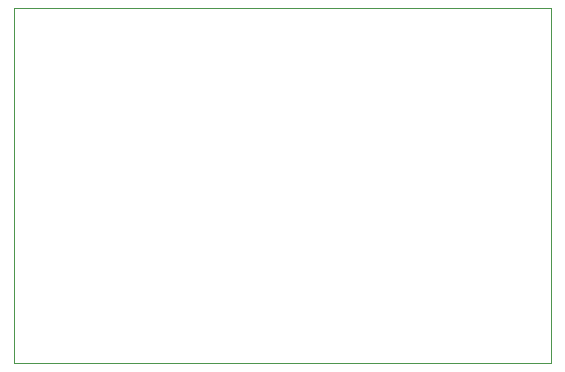
<source format=gbr>
G04 #@! TF.GenerationSoftware,KiCad,Pcbnew,(5.1.4)-1*
G04 #@! TF.CreationDate,2020-01-25T09:23:27+02:00*
G04 #@! TF.ProjectId,power_supply,706f7765-725f-4737-9570-706c792e6b69,rev?*
G04 #@! TF.SameCoordinates,Original*
G04 #@! TF.FileFunction,Profile,NP*
%FSLAX46Y46*%
G04 Gerber Fmt 4.6, Leading zero omitted, Abs format (unit mm)*
G04 Created by KiCad (PCBNEW (5.1.4)-1) date 2020-01-25 09:23:27*
%MOMM*%
%LPD*%
G04 APERTURE LIST*
%ADD10C,0.050000*%
G04 APERTURE END LIST*
D10*
X158500000Y-112000000D02*
X204000000Y-112000000D01*
X204000000Y-112000000D02*
X204000000Y-142000000D01*
X204000000Y-142000000D02*
X158500000Y-142000000D01*
X158500000Y-142000000D02*
X158500000Y-112000000D01*
M02*

</source>
